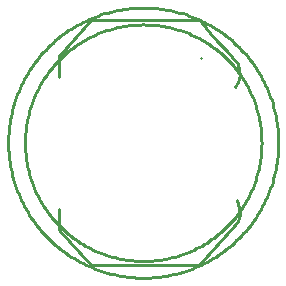
<source format=gbo>
G75*
%MOIN*%
%OFA0B0*%
%FSLAX25Y25*%
%IPPOS*%
%LPD*%
%AMOC8*
5,1,8,0,0,1.08239X$1,22.5*
%
%ADD10C,0.01000*%
D10*
X0028900Y0006850D02*
X0018400Y0018350D01*
X0018500Y0018550D02*
X0018500Y0025550D01*
X0028900Y0006850D02*
X0064900Y0006750D01*
X0076900Y0019950D01*
X0078000Y0021450D01*
X0078600Y0023550D01*
X0078500Y0025850D01*
X0077600Y0028350D01*
X0007100Y0047550D02*
X0007112Y0048517D01*
X0007147Y0049483D01*
X0007207Y0050448D01*
X0007290Y0051412D01*
X0007396Y0052373D01*
X0007526Y0053331D01*
X0007680Y0054286D01*
X0007857Y0055237D01*
X0008057Y0056183D01*
X0008281Y0057123D01*
X0008527Y0058058D01*
X0008797Y0058987D01*
X0009089Y0059909D01*
X0009403Y0060823D01*
X0009740Y0061730D01*
X0010099Y0062628D01*
X0010480Y0063517D01*
X0010883Y0064396D01*
X0011307Y0065265D01*
X0011752Y0066123D01*
X0012219Y0066970D01*
X0012705Y0067806D01*
X0013213Y0068629D01*
X0013740Y0069439D01*
X0014287Y0070237D01*
X0014854Y0071021D01*
X0015439Y0071790D01*
X0016043Y0072545D01*
X0016666Y0073285D01*
X0017307Y0074009D01*
X0017965Y0074718D01*
X0018640Y0075410D01*
X0019332Y0076085D01*
X0020041Y0076743D01*
X0020765Y0077384D01*
X0021505Y0078007D01*
X0022260Y0078611D01*
X0023029Y0079196D01*
X0023813Y0079763D01*
X0024611Y0080310D01*
X0025421Y0080837D01*
X0026244Y0081345D01*
X0027080Y0081831D01*
X0027927Y0082298D01*
X0028785Y0082743D01*
X0029654Y0083167D01*
X0030533Y0083570D01*
X0031422Y0083951D01*
X0032320Y0084310D01*
X0033227Y0084647D01*
X0034141Y0084961D01*
X0035063Y0085253D01*
X0035992Y0085523D01*
X0036927Y0085769D01*
X0037867Y0085993D01*
X0038813Y0086193D01*
X0039764Y0086370D01*
X0040719Y0086524D01*
X0041677Y0086654D01*
X0042638Y0086760D01*
X0043602Y0086843D01*
X0044567Y0086903D01*
X0045533Y0086938D01*
X0046500Y0086950D01*
X0047467Y0086938D01*
X0048433Y0086903D01*
X0049398Y0086843D01*
X0050362Y0086760D01*
X0051323Y0086654D01*
X0052281Y0086524D01*
X0053236Y0086370D01*
X0054187Y0086193D01*
X0055133Y0085993D01*
X0056073Y0085769D01*
X0057008Y0085523D01*
X0057937Y0085253D01*
X0058859Y0084961D01*
X0059773Y0084647D01*
X0060680Y0084310D01*
X0061578Y0083951D01*
X0062467Y0083570D01*
X0063346Y0083167D01*
X0064215Y0082743D01*
X0065073Y0082298D01*
X0065920Y0081831D01*
X0066756Y0081345D01*
X0067579Y0080837D01*
X0068389Y0080310D01*
X0069187Y0079763D01*
X0069971Y0079196D01*
X0070740Y0078611D01*
X0071495Y0078007D01*
X0072235Y0077384D01*
X0072959Y0076743D01*
X0073668Y0076085D01*
X0074360Y0075410D01*
X0075035Y0074718D01*
X0075693Y0074009D01*
X0076334Y0073285D01*
X0076957Y0072545D01*
X0077561Y0071790D01*
X0078146Y0071021D01*
X0078713Y0070237D01*
X0079260Y0069439D01*
X0079787Y0068629D01*
X0080295Y0067806D01*
X0080781Y0066970D01*
X0081248Y0066123D01*
X0081693Y0065265D01*
X0082117Y0064396D01*
X0082520Y0063517D01*
X0082901Y0062628D01*
X0083260Y0061730D01*
X0083597Y0060823D01*
X0083911Y0059909D01*
X0084203Y0058987D01*
X0084473Y0058058D01*
X0084719Y0057123D01*
X0084943Y0056183D01*
X0085143Y0055237D01*
X0085320Y0054286D01*
X0085474Y0053331D01*
X0085604Y0052373D01*
X0085710Y0051412D01*
X0085793Y0050448D01*
X0085853Y0049483D01*
X0085888Y0048517D01*
X0085900Y0047550D01*
X0085888Y0046583D01*
X0085853Y0045617D01*
X0085793Y0044652D01*
X0085710Y0043688D01*
X0085604Y0042727D01*
X0085474Y0041769D01*
X0085320Y0040814D01*
X0085143Y0039863D01*
X0084943Y0038917D01*
X0084719Y0037977D01*
X0084473Y0037042D01*
X0084203Y0036113D01*
X0083911Y0035191D01*
X0083597Y0034277D01*
X0083260Y0033370D01*
X0082901Y0032472D01*
X0082520Y0031583D01*
X0082117Y0030704D01*
X0081693Y0029835D01*
X0081248Y0028977D01*
X0080781Y0028130D01*
X0080295Y0027294D01*
X0079787Y0026471D01*
X0079260Y0025661D01*
X0078713Y0024863D01*
X0078146Y0024079D01*
X0077561Y0023310D01*
X0076957Y0022555D01*
X0076334Y0021815D01*
X0075693Y0021091D01*
X0075035Y0020382D01*
X0074360Y0019690D01*
X0073668Y0019015D01*
X0072959Y0018357D01*
X0072235Y0017716D01*
X0071495Y0017093D01*
X0070740Y0016489D01*
X0069971Y0015904D01*
X0069187Y0015337D01*
X0068389Y0014790D01*
X0067579Y0014263D01*
X0066756Y0013755D01*
X0065920Y0013269D01*
X0065073Y0012802D01*
X0064215Y0012357D01*
X0063346Y0011933D01*
X0062467Y0011530D01*
X0061578Y0011149D01*
X0060680Y0010790D01*
X0059773Y0010453D01*
X0058859Y0010139D01*
X0057937Y0009847D01*
X0057008Y0009577D01*
X0056073Y0009331D01*
X0055133Y0009107D01*
X0054187Y0008907D01*
X0053236Y0008730D01*
X0052281Y0008576D01*
X0051323Y0008446D01*
X0050362Y0008340D01*
X0049398Y0008257D01*
X0048433Y0008197D01*
X0047467Y0008162D01*
X0046500Y0008150D01*
X0045533Y0008162D01*
X0044567Y0008197D01*
X0043602Y0008257D01*
X0042638Y0008340D01*
X0041677Y0008446D01*
X0040719Y0008576D01*
X0039764Y0008730D01*
X0038813Y0008907D01*
X0037867Y0009107D01*
X0036927Y0009331D01*
X0035992Y0009577D01*
X0035063Y0009847D01*
X0034141Y0010139D01*
X0033227Y0010453D01*
X0032320Y0010790D01*
X0031422Y0011149D01*
X0030533Y0011530D01*
X0029654Y0011933D01*
X0028785Y0012357D01*
X0027927Y0012802D01*
X0027080Y0013269D01*
X0026244Y0013755D01*
X0025421Y0014263D01*
X0024611Y0014790D01*
X0023813Y0015337D01*
X0023029Y0015904D01*
X0022260Y0016489D01*
X0021505Y0017093D01*
X0020765Y0017716D01*
X0020041Y0018357D01*
X0019332Y0019015D01*
X0018640Y0019690D01*
X0017965Y0020382D01*
X0017307Y0021091D01*
X0016666Y0021815D01*
X0016043Y0022555D01*
X0015439Y0023310D01*
X0014854Y0024079D01*
X0014287Y0024863D01*
X0013740Y0025661D01*
X0013213Y0026471D01*
X0012705Y0027294D01*
X0012219Y0028130D01*
X0011752Y0028977D01*
X0011307Y0029835D01*
X0010883Y0030704D01*
X0010480Y0031583D01*
X0010099Y0032472D01*
X0009740Y0033370D01*
X0009403Y0034277D01*
X0009089Y0035191D01*
X0008797Y0036113D01*
X0008527Y0037042D01*
X0008281Y0037977D01*
X0008057Y0038917D01*
X0007857Y0039863D01*
X0007680Y0040814D01*
X0007526Y0041769D01*
X0007396Y0042727D01*
X0007290Y0043688D01*
X0007207Y0044652D01*
X0007147Y0045617D01*
X0007112Y0046583D01*
X0007100Y0047550D01*
X0018500Y0069550D02*
X0018500Y0076550D01*
X0018400Y0076550D02*
X0029000Y0088350D01*
X0028900Y0088350D02*
X0065300Y0088450D01*
X0065900Y0087450D01*
X0068800Y0084050D01*
X0071400Y0081150D01*
X0074300Y0078250D01*
X0076200Y0076150D01*
X0078000Y0073750D01*
X0078500Y0071750D01*
X0078600Y0070050D01*
X0078100Y0067850D01*
X0077200Y0065950D01*
X0065600Y0075650D02*
X0065600Y0075850D01*
X0001500Y0047550D02*
X0001514Y0048654D01*
X0001554Y0049758D01*
X0001622Y0050860D01*
X0001717Y0051961D01*
X0001838Y0053058D01*
X0001987Y0054153D01*
X0002163Y0055243D01*
X0002365Y0056329D01*
X0002593Y0057410D01*
X0002849Y0058484D01*
X0003130Y0059552D01*
X0003438Y0060613D01*
X0003771Y0061666D01*
X0004131Y0062710D01*
X0004515Y0063745D01*
X0004925Y0064771D01*
X0005361Y0065786D01*
X0005820Y0066790D01*
X0006305Y0067783D01*
X0006814Y0068763D01*
X0007346Y0069730D01*
X0007902Y0070685D01*
X0008482Y0071625D01*
X0009084Y0072551D01*
X0009709Y0073461D01*
X0010356Y0074356D01*
X0011024Y0075235D01*
X0011715Y0076098D01*
X0012426Y0076943D01*
X0013157Y0077770D01*
X0013909Y0078579D01*
X0014680Y0079370D01*
X0015471Y0080141D01*
X0016280Y0080893D01*
X0017107Y0081624D01*
X0017952Y0082335D01*
X0018815Y0083026D01*
X0019694Y0083694D01*
X0020589Y0084341D01*
X0021499Y0084966D01*
X0022425Y0085568D01*
X0023365Y0086148D01*
X0024320Y0086704D01*
X0025287Y0087236D01*
X0026267Y0087745D01*
X0027260Y0088230D01*
X0028264Y0088689D01*
X0029279Y0089125D01*
X0030305Y0089535D01*
X0031340Y0089919D01*
X0032384Y0090279D01*
X0033437Y0090612D01*
X0034498Y0090920D01*
X0035566Y0091201D01*
X0036640Y0091457D01*
X0037721Y0091685D01*
X0038807Y0091887D01*
X0039897Y0092063D01*
X0040992Y0092212D01*
X0042089Y0092333D01*
X0043190Y0092428D01*
X0044292Y0092496D01*
X0045396Y0092536D01*
X0046500Y0092550D01*
X0047604Y0092536D01*
X0048708Y0092496D01*
X0049810Y0092428D01*
X0050911Y0092333D01*
X0052008Y0092212D01*
X0053103Y0092063D01*
X0054193Y0091887D01*
X0055279Y0091685D01*
X0056360Y0091457D01*
X0057434Y0091201D01*
X0058502Y0090920D01*
X0059563Y0090612D01*
X0060616Y0090279D01*
X0061660Y0089919D01*
X0062695Y0089535D01*
X0063721Y0089125D01*
X0064736Y0088689D01*
X0065740Y0088230D01*
X0066733Y0087745D01*
X0067713Y0087236D01*
X0068680Y0086704D01*
X0069635Y0086148D01*
X0070575Y0085568D01*
X0071501Y0084966D01*
X0072411Y0084341D01*
X0073306Y0083694D01*
X0074185Y0083026D01*
X0075048Y0082335D01*
X0075893Y0081624D01*
X0076720Y0080893D01*
X0077529Y0080141D01*
X0078320Y0079370D01*
X0079091Y0078579D01*
X0079843Y0077770D01*
X0080574Y0076943D01*
X0081285Y0076098D01*
X0081976Y0075235D01*
X0082644Y0074356D01*
X0083291Y0073461D01*
X0083916Y0072551D01*
X0084518Y0071625D01*
X0085098Y0070685D01*
X0085654Y0069730D01*
X0086186Y0068763D01*
X0086695Y0067783D01*
X0087180Y0066790D01*
X0087639Y0065786D01*
X0088075Y0064771D01*
X0088485Y0063745D01*
X0088869Y0062710D01*
X0089229Y0061666D01*
X0089562Y0060613D01*
X0089870Y0059552D01*
X0090151Y0058484D01*
X0090407Y0057410D01*
X0090635Y0056329D01*
X0090837Y0055243D01*
X0091013Y0054153D01*
X0091162Y0053058D01*
X0091283Y0051961D01*
X0091378Y0050860D01*
X0091446Y0049758D01*
X0091486Y0048654D01*
X0091500Y0047550D01*
X0091486Y0046446D01*
X0091446Y0045342D01*
X0091378Y0044240D01*
X0091283Y0043139D01*
X0091162Y0042042D01*
X0091013Y0040947D01*
X0090837Y0039857D01*
X0090635Y0038771D01*
X0090407Y0037690D01*
X0090151Y0036616D01*
X0089870Y0035548D01*
X0089562Y0034487D01*
X0089229Y0033434D01*
X0088869Y0032390D01*
X0088485Y0031355D01*
X0088075Y0030329D01*
X0087639Y0029314D01*
X0087180Y0028310D01*
X0086695Y0027317D01*
X0086186Y0026337D01*
X0085654Y0025370D01*
X0085098Y0024415D01*
X0084518Y0023475D01*
X0083916Y0022549D01*
X0083291Y0021639D01*
X0082644Y0020744D01*
X0081976Y0019865D01*
X0081285Y0019002D01*
X0080574Y0018157D01*
X0079843Y0017330D01*
X0079091Y0016521D01*
X0078320Y0015730D01*
X0077529Y0014959D01*
X0076720Y0014207D01*
X0075893Y0013476D01*
X0075048Y0012765D01*
X0074185Y0012074D01*
X0073306Y0011406D01*
X0072411Y0010759D01*
X0071501Y0010134D01*
X0070575Y0009532D01*
X0069635Y0008952D01*
X0068680Y0008396D01*
X0067713Y0007864D01*
X0066733Y0007355D01*
X0065740Y0006870D01*
X0064736Y0006411D01*
X0063721Y0005975D01*
X0062695Y0005565D01*
X0061660Y0005181D01*
X0060616Y0004821D01*
X0059563Y0004488D01*
X0058502Y0004180D01*
X0057434Y0003899D01*
X0056360Y0003643D01*
X0055279Y0003415D01*
X0054193Y0003213D01*
X0053103Y0003037D01*
X0052008Y0002888D01*
X0050911Y0002767D01*
X0049810Y0002672D01*
X0048708Y0002604D01*
X0047604Y0002564D01*
X0046500Y0002550D01*
X0045396Y0002564D01*
X0044292Y0002604D01*
X0043190Y0002672D01*
X0042089Y0002767D01*
X0040992Y0002888D01*
X0039897Y0003037D01*
X0038807Y0003213D01*
X0037721Y0003415D01*
X0036640Y0003643D01*
X0035566Y0003899D01*
X0034498Y0004180D01*
X0033437Y0004488D01*
X0032384Y0004821D01*
X0031340Y0005181D01*
X0030305Y0005565D01*
X0029279Y0005975D01*
X0028264Y0006411D01*
X0027260Y0006870D01*
X0026267Y0007355D01*
X0025287Y0007864D01*
X0024320Y0008396D01*
X0023365Y0008952D01*
X0022425Y0009532D01*
X0021499Y0010134D01*
X0020589Y0010759D01*
X0019694Y0011406D01*
X0018815Y0012074D01*
X0017952Y0012765D01*
X0017107Y0013476D01*
X0016280Y0014207D01*
X0015471Y0014959D01*
X0014680Y0015730D01*
X0013909Y0016521D01*
X0013157Y0017330D01*
X0012426Y0018157D01*
X0011715Y0019002D01*
X0011024Y0019865D01*
X0010356Y0020744D01*
X0009709Y0021639D01*
X0009084Y0022549D01*
X0008482Y0023475D01*
X0007902Y0024415D01*
X0007346Y0025370D01*
X0006814Y0026337D01*
X0006305Y0027317D01*
X0005820Y0028310D01*
X0005361Y0029314D01*
X0004925Y0030329D01*
X0004515Y0031355D01*
X0004131Y0032390D01*
X0003771Y0033434D01*
X0003438Y0034487D01*
X0003130Y0035548D01*
X0002849Y0036616D01*
X0002593Y0037690D01*
X0002365Y0038771D01*
X0002163Y0039857D01*
X0001987Y0040947D01*
X0001838Y0042042D01*
X0001717Y0043139D01*
X0001622Y0044240D01*
X0001554Y0045342D01*
X0001514Y0046446D01*
X0001500Y0047550D01*
M02*

</source>
